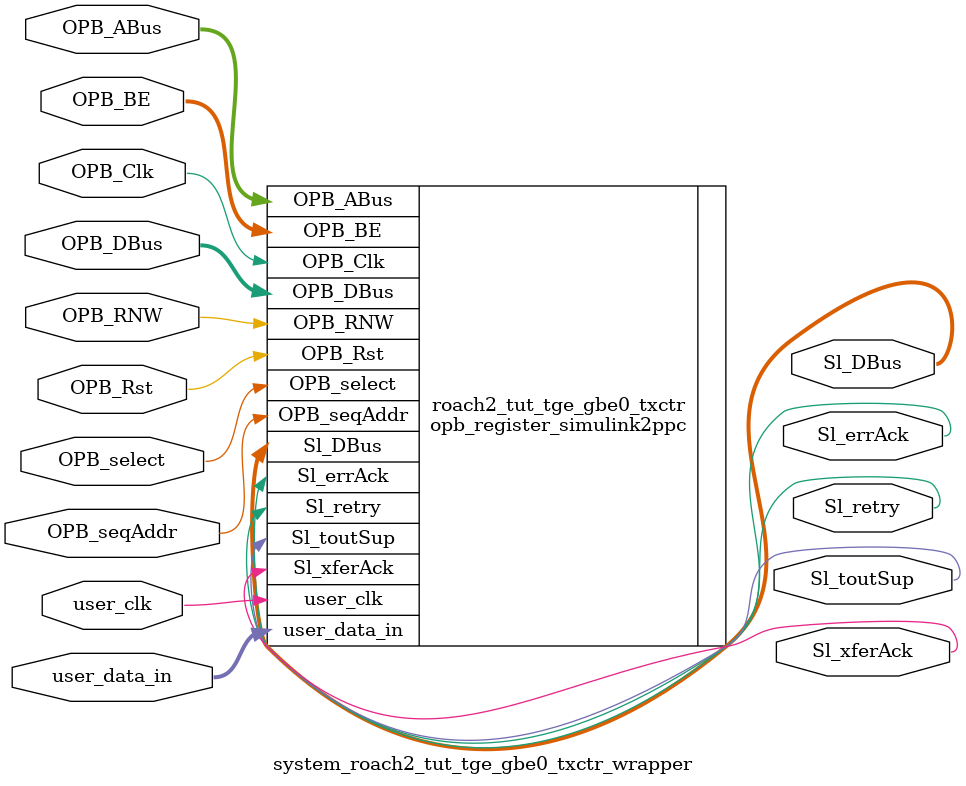
<source format=v>

module system_roach2_tut_tge_gbe0_txctr_wrapper
  (
    OPB_Clk,
    OPB_Rst,
    Sl_DBus,
    Sl_errAck,
    Sl_retry,
    Sl_toutSup,
    Sl_xferAck,
    OPB_ABus,
    OPB_BE,
    OPB_DBus,
    OPB_RNW,
    OPB_select,
    OPB_seqAddr,
    user_data_in,
    user_clk
  );
  input OPB_Clk;
  input OPB_Rst;
  output [0:31] Sl_DBus;
  output Sl_errAck;
  output Sl_retry;
  output Sl_toutSup;
  output Sl_xferAck;
  input [0:31] OPB_ABus;
  input [0:3] OPB_BE;
  input [0:31] OPB_DBus;
  input OPB_RNW;
  input OPB_select;
  input OPB_seqAddr;
  input [31:0] user_data_in;
  input user_clk;

  opb_register_simulink2ppc
    #(
      .C_BASEADDR ( 32'h01040300 ),
      .C_HIGHADDR ( 32'h010403FF ),
      .C_OPB_AWIDTH ( 32 ),
      .C_OPB_DWIDTH ( 32 ),
      .C_FAMILY ( "virtex6" )
    )
    roach2_tut_tge_gbe0_txctr (
      .OPB_Clk ( OPB_Clk ),
      .OPB_Rst ( OPB_Rst ),
      .Sl_DBus ( Sl_DBus ),
      .Sl_errAck ( Sl_errAck ),
      .Sl_retry ( Sl_retry ),
      .Sl_toutSup ( Sl_toutSup ),
      .Sl_xferAck ( Sl_xferAck ),
      .OPB_ABus ( OPB_ABus ),
      .OPB_BE ( OPB_BE ),
      .OPB_DBus ( OPB_DBus ),
      .OPB_RNW ( OPB_RNW ),
      .OPB_select ( OPB_select ),
      .OPB_seqAddr ( OPB_seqAddr ),
      .user_data_in ( user_data_in ),
      .user_clk ( user_clk )
    );

endmodule


</source>
